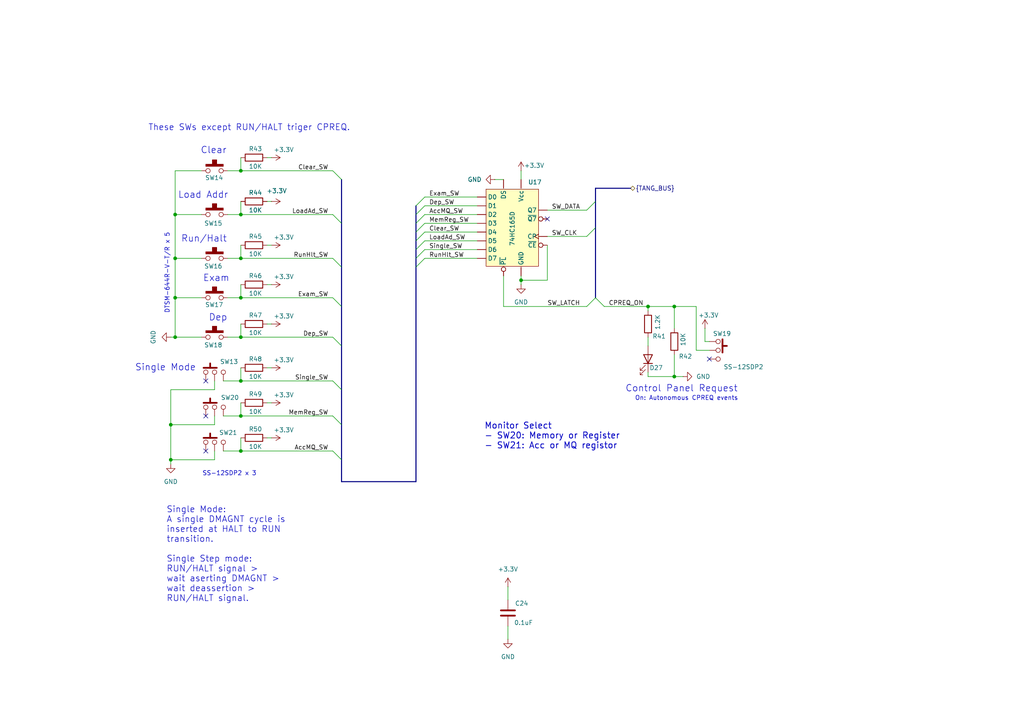
<source format=kicad_sch>
(kicad_sch (version 20250114) (generator "eeschema") (generator_version "9.0")
  (paper "A4")
  (title_block (title "PDP-8_IM6100") (date "2025-11-01") (rev "2.0") (company "@nosuz"))
  (lib_symbols
    (symbol "0my_project:74HC165D" (pin_numbers (hide yes))
      (property "Reference" "U" (at 5.588 12.446 0))
      (property "Value" "74HC165D" (at -0.254 0.254 90))
      (symbol "74HC165D_1_1"
        (rectangle (start -7.62 11.176) (end 7.62 -11.176) (fill (type background)))
        (pin input line (at -10.16 8.89 0) (length 2.54) (name "D0") (number "11"))
        (pin input line (at -10.16 6.35 0) (length 2.54) (name "D1") (number "12"))
        (pin input line (at -10.16 3.81 0) (length 2.54) (name "D2") (number "13"))
        (pin input line (at -10.16 1.27 0) (length 2.54) (name "D3") (number "14"))
        (pin input line (at -10.16 -1.27 0) (length 2.54) (name "D4") (number "3"))
        (pin input line (at -10.16 -3.81 0) (length 2.54) (name "D5") (number "4"))
        (pin input line (at -10.16 -6.35 0) (length 2.54) (name "D6") (number "5"))
        (pin input line (at -10.16 -8.89 0) (length 2.54) (name "D7") (number "6"))
        (pin input line (at -2.54 13.97 270) (length 2.54) (name "DS") (number "10"))
        (pin input inverted (at -2.54 -13.97 90) (length 2.54) (name "~{PL}") (number "1"))
        (pin power_in line (at 2.54 13.97 270) (length 2.54) (name "Vcc") (number "16"))
        (pin power_in line (at 2.54 -13.97 90) (length 2.54) (name "GND") (number "8"))
        (pin output line (at 10.16 5.08 180) (length 2.54) (name "Q7") (number "9"))
        (pin output inverted (at 10.16 2.54 180) (length 2.54) (name "~{Q7}") (number "7"))
        (pin input clock (at 10.16 -2.54 180) (length 2.54) (name "CP") (number "2"))
        (pin input inverted (at 10.16 -5.08 180) (length 2.54) (name "~{CE}") (number "15"))
      )
    )
    (symbol "0my_project:DTSM-63N-V-T/R" (pin_numbers (hide yes)) (pin_names (offset 0) (hide yes))
      (property "Reference" "SW" (at 3.175 3.81 0))
      (property "Value" "DTSM-63N-V-T/R" (at 0 -2.54 0))
      (symbol "DTSM-63N-V-T/R_0_1"
        (rectangle (start -2.54 1.27) (end 2.54 1.905) (fill (type outline)))
        (circle (center -1.905 0) (radius 0.635))
        (rectangle (start -0.635 1.905) (end 0.635 3.175) (fill (type outline)))
        (circle (center 1.905 0) (radius 0.635))
      )
      (symbol "DTSM-63N-V-T/R_1_1"
        (pin passive line (at -3.81 0 0) (length 1.27) (name "A") (number "1"))
        (pin passive line (at -3.81 0 0) (length 1.27) (hide yes) (name "B") (number "2"))
        (pin passive line (at 3.81 0 180) (length 1.27) (name "C") (number "3"))
        (pin passive line (at 3.81 0 180) (length 1.27) (hide yes) (name "D") (number "4"))
      )
    )
    (symbol "0my_project:SS-12SDP2" (pin_numbers (hide yes)) (pin_names (hide yes))
      (property "Reference" "SW" (at 0 4.826 0))
      (symbol "SS-12SDP2_0_1"
        (circle (center 0 2.54) (radius 0.635))
        (circle (center 0 0) (radius 0.635))
        (circle (center 0 -2.54) (radius 0.635))
      )
      (symbol "SS-12SDP2_1_1"
        (polyline (pts (xy 1.27 3.175) (xy 1.27 -0.635)) (stroke (width 0.508)))
        (polyline (pts (xy 1.27 1.27) (xy 2.54 1.27)) (stroke (width 0.508)))
        (pin passive line (at -2.54 2.54 0) (length 1.905) (name "") (number "3"))
        (pin passive line (at -2.54 0 0) (length 1.905) (name "") (number "2"))
        (pin passive line (at -2.54 -2.54 0) (length 1.905) (name "") (number "1"))
      )
    )
    (symbol "Device:C" (pin_numbers (hide yes)) (pin_names (offset 0.254))
      (property "Reference" "C" (at 0.635 2.54 0))
      (property "Value" "C" (at 0.635 -2.54 0))
      (symbol "C_0_1"
        (polyline (pts (xy -2.032 0.762) (xy 2.032 0.762)) (stroke (width 0.508)))
        (polyline (pts (xy -2.032 -0.762) (xy 2.032 -0.762)) (stroke (width 0.508)))
      )
      (symbol "C_1_1"
        (pin passive line (at 0 3.81 270) (length 2.794) (name "~") (number "1"))
        (pin passive line (at 0 -3.81 90) (length 2.794) (name "~") (number "2"))
      )
    )
    (symbol "Device:LED" (pin_numbers (hide yes)) (pin_names (offset 1.016) (hide yes))
      (property "Reference" "D" (at 0 2.54 0))
      (property "Value" "LED" (at 0 -2.54 0))
      (symbol "LED_0_1"
        (polyline (pts (xy -3.048 -0.762) (xy -4.572 -2.286) (xy -3.81 -2.286) (xy -4.572 -2.286) (xy -4.572 -1.524)))
        (polyline (pts (xy -1.778 -0.762) (xy -3.302 -2.286) (xy -2.54 -2.286) (xy -3.302 -2.286) (xy -3.302 -1.524)))
        (polyline (pts (xy -1.27 0) (xy 1.27 0)))
        (polyline (pts (xy -1.27 -1.27) (xy -1.27 1.27)) (stroke (width 0.254)))
        (polyline (pts (xy 1.27 -1.27) (xy 1.27 1.27) (xy -1.27 0) (xy 1.27 -1.27)) (stroke (width 0.254)))
      )
      (symbol "LED_1_1"
        (pin passive line (at -3.81 0 0) (length 2.54) (name "K") (number "1"))
        (pin passive line (at 3.81 0 180) (length 2.54) (name "A") (number "2"))
      )
    )
    (symbol "Device:R" (pin_numbers (hide yes)) (pin_names (offset 0))
      (property "Reference" "R" (at 2.032 0 90))
      (property "Value" "R" (at 0 0 90))
      (symbol "R_0_1"
        (rectangle (start -1.016 -2.54) (end 1.016 2.54) (stroke (width 0.254)))
      )
      (symbol "R_1_1"
        (pin passive line (at 0 3.81 270) (length 1.27) (name "~") (number "1"))
        (pin passive line (at 0 -3.81 90) (length 1.27) (name "~") (number "2"))
      )
    )
    (symbol "power:+3.3V" (power) (pin_numbers (hide yes)) (pin_names (offset 0) (hide yes))
      (property "Value" "+3.3V" (at 0 3.556 0))
      (symbol "+3.3V_0_1"
        (polyline (pts (xy -0.762 1.27) (xy 0 2.54)))
        (polyline (pts (xy 0 2.54) (xy 0.762 1.27)))
        (polyline (pts (xy 0 0) (xy 0 2.54)))
      )
      (symbol "+3.3V_1_1"
        (pin power_in line (at 0 0 90) (length 0) (name "~") (number "1"))
      )
    )
    (symbol "power:GND" (power) (pin_numbers (hide yes)) (pin_names (offset 0) (hide yes))
      (property "Value" "GND" (at 0 -3.81 0))
      (symbol "GND_0_1"
        (polyline (pts (xy 0 0) (xy 0 -1.27) (xy 1.27 -1.27) (xy 0 -2.54) (xy -1.27 -1.27) (xy 0 -1.27)))
      )
      (symbol "GND_1_1"
        (pin power_in line (at 0 0 270) (length 0) (name "~") (number "1"))
      )
    )
  )
  (text "Load Addr" (at 58.928 56.642 0) (effects (font (size 1.905 1.905))))
  (text "Single Mode" (at 48.006 106.68 0) (effects (font (size 1.905 1.905))))
  (text "Run/Halt" (at 59.182 69.342 0) (effects (font (size 1.905 1.905))))
  (text "Dep" (at 63.246 92.202 0) (effects (font (size 1.905 1.905))))
  (text "Single Mode:\nA single DMAGNT cycle is\ninserted at HALT to RUN\ntransition.\n\nSingle Step mode:\nRUN/HALT signal >\nwait aserting DMAGNT > \nwait deassertion >\nRUN/HALT signal." (at 48.26 160.782 0) (effects (font (size 1.778 1.778)) (justify left)))
  (text "Clear" (at 61.976 43.688 0) (effects (font (size 1.905 1.905))))
  (text "Control Panel Request" (at 181.356 112.776 0) (effects (font (size 1.905 1.905)) (justify left)))
  (text "Monitor Select\n- SW20: Memory or Register\n- SW21: Acc or MQ registor" (at 140.462 126.492 0) (effects (font (size 1.778 1.778) (thickness 0.2223)) (justify left)))
  (text "These SWs except RUN/HALT triger CPREQ." (at 101.6 37.084 0) (effects (font (size 1.778 1.778)) (justify right)))
  (text "SS-12SDP2 x 3" (at 66.548 137.414 0) (effects (font (size 1.27 1.27))))
  (text "DTSM-644R-V-T/R x 5" (at 48.514 79.248 90) (effects (font (size 1.27 1.27))))
  (text "On: Autonomous CPREQ events" (at 184.15 115.57 0) (effects (font (size 1.27 1.27)) (justify left)))
  (text "Exam" (at 62.738 80.772 0) (effects (font (size 1.905 1.905))))
  (junction (at 69.85 49.53))
  (junction (at 69.85 120.65))
  (junction (at 151.13 81.28))
  (junction (at 50.8 74.93))
  (junction (at 50.8 86.36))
  (junction (at 50.8 97.79))
  (junction (at 49.53 133.35))
  (junction (at 69.85 110.49))
  (junction (at 69.85 97.79))
  (junction (at 69.85 86.36))
  (junction (at 49.53 123.19))
  (junction (at 69.85 130.81))
  (junction (at 50.8 62.23))
  (junction (at 195.58 109.22))
  (junction (at 69.85 74.93))
  (junction (at 69.85 62.23))
  (junction (at 187.96 88.9))
  (junction (at 195.58 88.9))
  (no_connect (at 59.69 130.81))
  (no_connect (at 59.69 120.65))
  (no_connect (at 158.75 63.5))
  (no_connect (at 59.69 110.49))
  (no_connect (at 205.74 104.14))
  (bus_entry (at 170.18 68.58) (size 2.54 -2.54))
  (bus_entry (at 170.18 88.9) (size 2.54 -2.54))
  (bus_entry (at 170.18 60.96) (size 2.54 -2.54))
  (bus_entry (at 123.19 74.93) (size -2.54 2.54))
  (bus_entry (at 96.52 86.36) (size 2.54 2.54))
  (bus_entry (at 96.52 120.65) (size 2.54 2.54))
  (bus_entry (at 123.1969 57.15) (size -2.54 2.54))
  (bus_entry (at 172.72 86.36) (size 2.54 2.54))
  (bus_entry (at 96.52 74.93) (size 2.54 2.54))
  (bus_entry (at 123.19 67.31) (size -2.54 2.54))
  (bus_entry (at 96.52 130.81) (size 2.54 2.54))
  (bus_entry (at 96.52 110.49) (size 2.54 2.54))
  (bus_entry (at 123.1969 69.85) (size -2.54 2.54))
  (bus_entry (at 96.52 49.53) (size 2.54 2.54))
  (bus_entry (at 123.19 72.39) (size -2.54 2.54))
  (bus_entry (at 123.19 59.69) (size -2.54 2.54))
  (bus_entry (at 123.19 62.23) (size -2.54 2.54))
  (bus_entry (at 96.52 97.79) (size 2.54 2.54))
  (bus_entry (at 96.52 62.23) (size 2.54 2.54))
  (bus_entry (at 123.19 64.77) (size -2.54 2.54))
  (wire (pts (xy 69.85 58.42) (xy 69.85 62.23)))
  (wire (pts (xy 69.85 106.68) (xy 69.85 110.49)))
  (wire (pts (xy 204.47 95.25) (xy 204.47 99.06)))
  (wire (pts (xy 64.77 110.49) (xy 69.85 110.49)))
  (bus (pts (xy 172.72 58.42) (xy 172.72 54.61)))
  (wire (pts (xy 69.85 71.12) (xy 69.85 74.93)))
  (wire (pts (xy 158.75 71.12) (xy 158.75 81.28)))
  (wire (pts (xy 64.77 120.65) (xy 69.85 120.65)))
  (wire (pts (xy 195.58 88.9) (xy 201.93 88.9)))
  (wire (pts (xy 69.85 120.65) (xy 96.52 120.65)))
  (wire (pts (xy 69.85 127) (xy 69.85 130.81)))
  (wire (pts (xy 62.23 113.03) (xy 49.53 113.03)))
  (wire (pts (xy 195.58 109.22) (xy 195.58 102.87)))
  (wire (pts (xy 69.85 86.36) (xy 66.04 86.36)))
  (bus (pts (xy 99.06 113.03) (xy 99.06 123.19)))
  (bus (pts (xy 99.06 64.77) (xy 99.06 77.47)))
  (wire (pts (xy 69.85 97.79) (xy 96.52 97.79)))
  (wire (pts (xy 187.96 88.9) (xy 195.58 88.9)))
  (wire (pts (xy 123.19 62.23) (xy 138.43 62.23)))
  (wire (pts (xy 69.85 49.53) (xy 96.52 49.53)))
  (wire (pts (xy 77.47 93.98) (xy 78.74 93.98)))
  (wire (pts (xy 69.85 62.23) (xy 66.04 62.23)))
  (bus (pts (xy 120.65 59.69) (xy 120.65 62.23)))
  (wire (pts (xy 69.85 110.49) (xy 96.52 110.49)))
  (wire (pts (xy 151.13 81.28) (xy 151.13 82.55)))
  (wire (pts (xy 77.47 45.72) (xy 78.74 45.72)))
  (wire (pts (xy 50.8 97.79) (xy 58.42 97.79)))
  (wire (pts (xy 69.85 93.98) (xy 69.85 97.79)))
  (wire (pts (xy 69.85 62.23) (xy 96.52 62.23)))
  (wire (pts (xy 69.85 74.93) (xy 66.04 74.93)))
  (wire (pts (xy 58.42 86.36) (xy 50.8 86.36)))
  (bus (pts (xy 99.06 139.7) (xy 120.65 139.7)))
  (bus (pts (xy 172.72 86.36) (xy 172.72 66.04)))
  (wire (pts (xy 187.96 100.33) (xy 187.96 97.79)))
  (wire (pts (xy 77.47 127) (xy 78.74 127)))
  (wire (pts (xy 62.23 133.35) (xy 49.53 133.35)))
  (wire (pts (xy 50.8 97.79) (xy 49.53 97.79)))
  (wire (pts (xy 50.8 74.93) (xy 50.8 86.36)))
  (wire (pts (xy 64.77 130.81) (xy 69.85 130.81)))
  (wire (pts (xy 49.53 123.19) (xy 62.23 123.19)))
  (wire (pts (xy 77.47 116.84) (xy 78.74 116.84)))
  (bus (pts (xy 172.72 54.61) (xy 182.88 54.61)))
  (bus (pts (xy 172.72 66.04) (xy 172.72 58.42)))
  (wire (pts (xy 77.47 106.68) (xy 78.74 106.68)))
  (bus (pts (xy 120.65 77.47) (xy 120.65 139.7)))
  (bus (pts (xy 120.65 69.85) (xy 120.65 74.93)))
  (wire (pts (xy 62.23 110.49) (xy 62.23 113.03)))
  (wire (pts (xy 49.53 133.35) (xy 49.53 134.62)))
  (wire (pts (xy 69.85 97.79) (xy 66.04 97.79)))
  (wire (pts (xy 158.75 81.28) (xy 151.13 81.28)))
  (wire (pts (xy 123.1969 69.85) (xy 138.43 69.85)))
  (wire (pts (xy 143.51 52.07) (xy 146.05 52.07)))
  (bus (pts (xy 120.65 62.23) (xy 120.65 64.77)))
  (wire (pts (xy 123.19 72.39) (xy 138.43 72.39)))
  (wire (pts (xy 158.75 68.58) (xy 170.18 68.58)))
  (wire (pts (xy 187.96 107.95) (xy 187.96 109.22)))
  (wire (pts (xy 123.19 64.77) (xy 138.43 64.77)))
  (wire (pts (xy 205.74 99.06) (xy 204.47 99.06)))
  (bus (pts (xy 120.65 67.31) (xy 120.65 69.85)))
  (wire (pts (xy 49.53 113.03) (xy 49.53 123.19)))
  (wire (pts (xy 146.05 80.01) (xy 146.05 88.9)))
  (wire (pts (xy 187.96 90.17) (xy 187.96 88.9)))
  (wire (pts (xy 195.58 109.22) (xy 198.12 109.22)))
  (bus (pts (xy 99.06 77.47) (xy 99.06 88.9)))
  (wire (pts (xy 147.32 181.61) (xy 147.32 185.42)))
  (wire (pts (xy 146.05 88.9) (xy 170.18 88.9)))
  (wire (pts (xy 49.53 123.19) (xy 49.53 133.35)))
  (bus (pts (xy 99.06 100.33) (xy 99.06 113.03)))
  (wire (pts (xy 69.85 45.72) (xy 69.85 49.53)))
  (wire (pts (xy 123.19 74.93) (xy 138.43 74.93)))
  (wire (pts (xy 69.85 82.55) (xy 69.85 86.36)))
  (wire (pts (xy 123.19 59.69) (xy 138.43 59.69)))
  (wire (pts (xy 58.42 74.93) (xy 50.8 74.93)))
  (wire (pts (xy 50.8 62.23) (xy 50.8 74.93)))
  (bus (pts (xy 99.06 88.9) (xy 99.06 100.33)))
  (wire (pts (xy 50.8 49.53) (xy 50.8 62.23)))
  (wire (pts (xy 123.1969 57.15) (xy 138.43 57.15)))
  (wire (pts (xy 195.58 95.25) (xy 195.58 88.9)))
  (wire (pts (xy 151.13 80.01) (xy 151.13 81.28)))
  (wire (pts (xy 123.19 67.31) (xy 138.43 67.31)))
  (wire (pts (xy 62.23 130.81) (xy 62.23 133.35)))
  (wire (pts (xy 147.32 170.18) (xy 147.32 173.99)))
  (bus (pts (xy 99.06 52.07) (xy 99.06 64.77)))
  (wire (pts (xy 201.93 101.6) (xy 201.93 88.9)))
  (wire (pts (xy 77.47 82.55) (xy 78.74 82.55)))
  (bus (pts (xy 99.06 123.19) (xy 99.06 133.35)))
  (wire (pts (xy 50.8 86.36) (xy 50.8 97.79)))
  (wire (pts (xy 58.42 62.23) (xy 50.8 62.23)))
  (wire (pts (xy 69.85 130.81) (xy 96.52 130.81)))
  (wire (pts (xy 205.74 101.6) (xy 201.93 101.6)))
  (bus (pts (xy 120.65 64.77) (xy 120.65 67.31)))
  (wire (pts (xy 158.75 60.96) (xy 170.18 60.96)))
  (wire (pts (xy 69.85 116.84) (xy 69.85 120.65)))
  (wire (pts (xy 69.85 86.36) (xy 96.52 86.36)))
  (wire (pts (xy 62.23 120.65) (xy 62.23 123.19)))
  (wire (pts (xy 187.96 109.22) (xy 195.58 109.22)))
  (wire (pts (xy 69.85 49.53) (xy 66.04 49.53)))
  (wire (pts (xy 77.47 58.42) (xy 78.74 58.42)))
  (wire (pts (xy 69.85 74.93) (xy 96.52 74.93)))
  (wire (pts (xy 151.13 49.53) (xy 151.13 52.07)))
  (wire (pts (xy 77.47 71.12) (xy 78.74 71.12)))
  (wire (pts (xy 175.26 88.9) (xy 187.96 88.9)))
  (bus (pts (xy 120.65 74.93) (xy 120.65 77.47)))
  (wire (pts (xy 58.42 49.53) (xy 50.8 49.53)))
  (bus (pts (xy 99.06 133.35) (xy 99.06 139.7)))
  (label "Dep_SW" (at 95.25 97.79 180))
  (label "SW_LATCH" (at 158.75 88.9 0))
  (label "Clear_SW" (at 124.46 67.31 0))
  (label "Exam_SW" (at 124.46 57.15 0))
  (label "RunHlt_SW" (at 124.46 74.93 0))
  (label "LoadAd_SW" (at 124.46 69.85 0))
  (label "Single_SW" (at 95.25 110.49 180))
  (label "SW_DATA" (at 160.02 60.96 0))
  (label "MemReg_SW" (at 95.25 120.65 180))
  (label "MemReg_SW" (at 124.46 64.77 0))
  (label "SW_CLK" (at 160.02 68.58 0))
  (label "Clear_SW" (at 95.25 49.53 180))
  (label "RunHlt_SW" (at 95.25 74.93 180))
  (label "AccMQ_SW" (at 124.46 62.23 0))
  (label "Exam_SW" (at 95.25 86.36 180))
  (label "LoadAd_SW" (at 95.25 62.23 180))
  (label "Single_SW" (at 124.46 72.39 0))
  (label "CPREQ_ON" (at 176.53 88.9 0))
  (label "AccMQ_SW" (at 95.25 130.81 180))
  (label "Dep_SW" (at 124.46 59.69 0))
  (hierarchical_label "{TANG_BUS}" (shape bidirectional) (at 182.88 54.61 0))
  (symbol (lib_id "Device:C") (at 147.32 177.8 0) (unit 1)
    (property "Reference" "C24" (at 149.352 175.006 0) (effects (justify left)))
    (property "Value" "0.1uF" (at 149.098 180.594 0) (effects (justify left)))
    (property "Footprint" "0my_project:C_1608_0603" (effects (hide yes)))
    (property "Description" "Unpolarized capacitor" (effects (hide yes)))
    (property "LCSC" "C14663" (effects (hide yes)))
  )
  (symbol (lib_id "Device:R") (at 73.66 45.72 270) (mirror x) (unit 1)
    (property "Reference" "R43" (at 72.136 43.18 90) (effects (justify left)))
    (property "Value" "10K" (at 72.136 48.26 90) (effects (justify left)))
    (property "Footprint" "0my_project:R_1608_0603" (effects (hide yes)))
    (property "Description" "Resistor" (effects (hide yes)))
    (property "LCSC" "C25804" (effects (hide yes)))
  )
  (symbol (lib_id "power:+3.3V") (at 78.74 45.72 270) (unit 1)
    (property "Reference" "#PWR080" (effects (hide yes)))
    (property "Value" "+3.3V" (at 82.296 43.434 90))
    (property "Description" "Power symbol creates a global label with name \"+3.3V\"" (effects (hide yes)))
  )
  (symbol (lib_id "power:+3.3V") (at 78.74 106.68 270) (unit 1)
    (property "Reference" "#PWR085" (effects (hide yes)))
    (property "Value" "+3.3V" (at 82.296 104.394 90))
    (property "Description" "Power symbol creates a global label with name \"+3.3V\"" (effects (hide yes)))
  )
  (symbol (lib_id "Device:R") (at 73.66 93.98 270) (mirror x) (unit 1)
    (property "Reference" "R47" (at 72.136 91.44 90) (effects (justify left)))
    (property "Value" "10K" (at 72.136 96.52 90) (effects (justify left)))
    (property "Footprint" "0my_project:R_1608_0603" (effects (hide yes)))
    (property "Description" "Resistor" (effects (hide yes)))
    (property "LCSC" "C25804" (effects (hide yes)))
  )
  (symbol (lib_id "Device:R") (at 73.66 58.42 270) (mirror x) (unit 1)
    (property "Reference" "R44" (at 72.136 55.88 90) (effects (justify left)))
    (property "Value" "10K" (at 72.136 60.96 90) (effects (justify left)))
    (property "Footprint" "0my_project:R_1608_0603" (effects (hide yes)))
    (property "Description" "Resistor" (effects (hide yes)))
    (property "LCSC" "C25804" (effects (hide yes)))
  )
  (symbol (lib_id "0my_project:SS-12SDP2") (at 62.23 107.95 90) (unit 1)
    (property "Reference" "SW13" (at 69.088 104.902 90) (effects (justify left)))
    (property "Value" "SS-12SDP2" (effects (hide yes)))
    (property "Footprint" "0my_project:SS-12SDP2" (effects (hide yes)))
    (property "Datasheet" "https://akizukidenshi.com/goodsaffix/ss.pdf" (effects (hide yes)))
    (property "Description" "slide switch 1 circuit 3P" (effects (hide yes)))
    (property "Akizuki" "115643" (effects (hide yes)))
  )
  (symbol (lib_id "Device:R") (at 187.96 93.98 0) (mirror x) (unit 1)
    (property "Reference" "R41" (at 189.23 97.536 0) (effects (justify left)))
    (property "Value" "1.2K" (at 190.754 91.186 90) (effects (justify left)))
    (property "Footprint" "0my_project:R_1608_0603" (effects (hide yes)))
    (property "Description" "Resistor" (effects (hide yes)))
    (property "LCSC" "C22765" (effects (hide yes)))
  )
  (symbol (lib_id "Device:R") (at 73.66 106.68 270) (mirror x) (unit 1)
    (property "Reference" "R48" (at 72.136 104.14 90) (effects (justify left)))
    (property "Value" "10K" (at 72.136 109.22 90) (effects (justify left)))
    (property "Footprint" "0my_project:R_1608_0603" (effects (hide yes)))
    (property "Description" "Resistor" (effects (hide yes)))
    (property "LCSC" "C25804" (effects (hide yes)))
  )
  (symbol (lib_id "0my_project:DTSM-63N-V-T/R") (at 62.23 49.53 0) (unit 1)
    (property "Reference" "SW14" (at 64.77 51.562 0) (effects (justify right)))
    (property "Value" "DTSM-63N-V-T/R" (effects (hide yes)))
    (property "Footprint" "0my_project:DTSM-6x" (effects (hide yes)))
    (property "Datasheet" "https://jlcpcb.com/api/file/downloadByFileSystemAccessId/8588899446814363648" (effects (hide yes)))
    (property "Description" "Tactile switch, 6.2mm x 6.2mm" (effects (hide yes)))
    (property "LCSC" "C133973" (effects (hide yes)))
  )
  (symbol (lib_id "power:+3.3V") (at 78.74 58.42 270) (unit 1)
    (property "Reference" "#PWR081" (effects (hide yes)))
    (property "Value" "+3.3V" (at 80.264 55.372 90))
    (property "Description" "Power symbol creates a global label with name \"+3.3V\"" (effects (hide yes)))
  )
  (symbol (lib_id "power:GND") (at 151.13 82.55 0) (unit 1)
    (property "Reference" "#PWR069" (effects (hide yes)))
    (property "Value" "GND" (at 151.13 87.63 0))
    (property "Description" "Power symbol creates a global label with name \"GND\" , ground" (effects (hide yes)))
  )
  (symbol (lib_id "power:+3.3V") (at 78.74 71.12 270) (unit 1)
    (property "Reference" "#PWR082" (effects (hide yes)))
    (property "Value" "+3.3V" (at 82.296 68.834 90))
    (property "Description" "Power symbol creates a global label with name \"+3.3V\"" (effects (hide yes)))
  )
  (symbol (lib_id "0my_project:DTSM-63N-V-T/R") (at 62.23 62.23 0) (unit 1)
    (property "Reference" "SW15" (at 64.516 64.77 0) (effects (justify right)))
    (property "Value" "DTSM-63N-V-T/R" (effects (hide yes)))
    (property "Footprint" "0my_project:DTSM-6x" (effects (hide yes)))
    (property "Datasheet" "https://jlcpcb.com/api/file/downloadByFileSystemAccessId/8588899446814363648" (effects (hide yes)))
    (property "Description" "Tactile switch, 6.2mm x 6.2mm" (effects (hide yes)))
    (property "LCSC" "C133973" (effects (hide yes)))
  )
  (symbol (lib_id "power:+3.3V") (at 147.32 170.18 0) (unit 1)
    (property "Reference" "#PWR078" (effects (hide yes)))
    (property "Value" "+3.3V" (at 147.32 165.1 0))
    (property "Description" "Power symbol creates a global label with name \"+3.3V\"" (effects (hide yes)))
  )
  (symbol (lib_id "Device:R") (at 73.66 71.12 270) (mirror x) (unit 1)
    (property "Reference" "R45" (at 72.136 68.58 90) (effects (justify left)))
    (property "Value" "10K" (at 72.136 73.66 90) (effects (justify left)))
    (property "Footprint" "0my_project:R_1608_0603" (effects (hide yes)))
    (property "Description" "Resistor" (effects (hide yes)))
    (property "LCSC" "C25804" (effects (hide yes)))
  )
  (symbol (lib_id "0my_project:DTSM-63N-V-T/R") (at 62.23 86.36 0) (unit 1)
    (property "Reference" "SW17" (at 64.77 88.392 0) (effects (justify right)))
    (property "Value" "DTSM-63N-V-T/R" (effects (hide yes)))
    (property "Footprint" "0my_project:DTSM-6x" (effects (hide yes)))
    (property "Datasheet" "https://jlcpcb.com/api/file/downloadByFileSystemAccessId/8588899446814363648" (effects (hide yes)))
    (property "Description" "Tactile switch, 6.2mm x 6.2mm" (effects (hide yes)))
    (property "LCSC" "C133973" (effects (hide yes)))
  )
  (symbol (lib_id "power:+3.3V") (at 151.13 49.53 0) (unit 1)
    (property "Reference" "#PWR068" (effects (hide yes)))
    (property "Value" "+3.3V" (at 154.94 48.006 0))
    (property "Description" "Power symbol creates a global label with name \"+3.3V\"" (effects (hide yes)))
  )
  (symbol (lib_id "power:GND") (at 49.53 134.62 0) (unit 1)
    (property "Reference" "#PWR070" (effects (hide yes)))
    (property "Value" "GND" (at 49.53 139.7 0))
    (property "Description" "Power symbol creates a global label with name \"GND\" , ground" (effects (hide yes)))
  )
  (symbol (lib_id "power:GND") (at 147.32 185.42 0) (unit 1)
    (property "Reference" "#PWR079" (effects (hide yes)))
    (property "Value" "GND" (at 147.32 190.5 0))
    (property "Description" "Power symbol creates a global label with name \"GND\" , ground" (effects (hide yes)))
  )
  (symbol (lib_id "power:GND") (at 198.12 109.22 90) (mirror x) (unit 1)
    (property "Reference" "#PWR072" (effects (hide yes)))
    (property "Value" "GND" (at 201.93 109.2201 90) (effects (justify right)))
    (property "Description" "Power symbol creates a global label with name \"GND\" , ground" (effects (hide yes)))
  )
  (symbol (lib_id "power:+3.3V") (at 78.74 116.84 270) (unit 1)
    (property "Reference" "#PWR086" (effects (hide yes)))
    (property "Value" "+3.3V" (at 82.296 114.554 90))
    (property "Description" "Power symbol creates a global label with name \"+3.3V\"" (effects (hide yes)))
  )
  (symbol (lib_id "power:+3.3V") (at 204.47 95.25 0) (unit 1)
    (property "Reference" "#PWR073" (effects (hide yes)))
    (property "Value" "+3.3V" (at 205.486 91.44 0))
    (property "Description" "Power symbol creates a global label with name \"+3.3V\"" (effects (hide yes)))
  )
  (symbol (lib_id "Device:R") (at 195.58 99.06 0) (mirror x) (unit 1)
    (property "Reference" "R42" (at 196.85 103.378 0) (effects (justify left)))
    (property "Value" "10K" (at 198.12 96.52 90) (effects (justify left)))
    (property "Footprint" "0my_project:R_1608_0603" (effects (hide yes)))
    (property "Description" "Resistor" (effects (hide yes)))
    (property "LCSC" "C25804" (effects (hide yes)))
  )
  (symbol (lib_id "Device:R") (at 73.66 127 270) (mirror x) (unit 1)
    (property "Reference" "R50" (at 72.136 124.46 90) (effects (justify left)))
    (property "Value" "10K" (at 72.136 129.54 90) (effects (justify left)))
    (property "Footprint" "0my_project:R_1608_0603" (effects (hide yes)))
    (property "Description" "Resistor" (effects (hide yes)))
    (property "LCSC" "C25804" (effects (hide yes)))
  )
  (symbol (lib_id "Device:R") (at 73.66 116.84 270) (mirror x) (unit 1)
    (property "Reference" "R49" (at 72.136 114.3 90) (effects (justify left)))
    (property "Value" "10K" (at 72.136 119.38 90) (effects (justify left)))
    (property "Footprint" "0my_project:R_1608_0603" (effects (hide yes)))
    (property "Description" "Resistor" (effects (hide yes)))
    (property "LCSC" "C25804" (effects (hide yes)))
  )
  (symbol (lib_id "power:GND") (at 49.53 97.79 270) (unit 1)
    (property "Reference" "#PWR071" (effects (hide yes)))
    (property "Value" "GND" (at 44.45 97.79 0))
    (property "Description" "Power symbol creates a global label with name \"GND\" , ground" (effects (hide yes)))
  )
  (symbol (lib_id "0my_project:DTSM-63N-V-T/R") (at 62.23 74.93 0) (unit 1)
    (property "Reference" "SW16" (at 64.516 77.216 0) (effects (justify right)))
    (property "Value" "DTSM-63N-V-T/R" (effects (hide yes)))
    (property "Footprint" "0my_project:DTSM-6x" (effects (hide yes)))
    (property "Datasheet" "https://jlcpcb.com/api/file/downloadByFileSystemAccessId/8588899446814363648" (effects (hide yes)))
    (property "Description" "Tactile switch, 6.2mm x 6.2mm" (effects (hide yes)))
    (property "LCSC" "C133973" (effects (hide yes)))
  )
  (symbol (lib_id "power:+3.3V") (at 78.74 93.98 270) (unit 1)
    (property "Reference" "#PWR084" (effects (hide yes)))
    (property "Value" "+3.3V" (at 82.296 91.694 90))
    (property "Description" "Power symbol creates a global label with name \"+3.3V\"" (effects (hide yes)))
  )
  (symbol (lib_id "power:+3.3V") (at 78.74 82.55 270) (unit 1)
    (property "Reference" "#PWR083" (effects (hide yes)))
    (property "Value" "+3.3V" (at 82.296 80.264 90))
    (property "Description" "Power symbol creates a global label with name \"+3.3V\"" (effects (hide yes)))
  )
  (symbol (lib_id "Device:R") (at 73.66 82.55 270) (mirror x) (unit 1)
    (property "Reference" "R46" (at 72.136 80.01 90) (effects (justify left)))
    (property "Value" "10K" (at 72.136 85.09 90) (effects (justify left)))
    (property "Footprint" "0my_project:R_1608_0603" (effects (hide yes)))
    (property "Description" "Resistor" (effects (hide yes)))
    (property "LCSC" "C25804" (effects (hide yes)))
  )
  (symbol (lib_id "power:+3.3V") (at 78.74 127 270) (unit 1)
    (property "Reference" "#PWR087" (effects (hide yes)))
    (property "Value" "+3.3V" (at 82.296 124.714 90))
    (property "Description" "Power symbol creates a global label with name \"+3.3V\"" (effects (hide yes)))
  )
  (symbol (lib_id "0my_project:SS-12SDP2") (at 208.28 101.6 0) (unit 1)
    (property "Reference" "SW19" (at 206.756 96.774 0) (effects (justify left)))
    (property "Value" "SS-12SDP2" (at 215.646 106.426 0))
    (property "Footprint" "0my_project:SS-12SDP2" (effects (hide yes)))
    (property "Datasheet" "https://akizukidenshi.com/goodsaffix/ss.pdf" (effects (hide yes)))
    (property "Description" "slide switch 1 circuit 3P" (effects (hide yes)))
    (property "Akizuki" "115643" (effects (hide yes)))
  )
  (symbol (lib_id "power:GND") (at 143.51 52.07 270) (unit 1)
    (property "Reference" "#PWR088" (effects (hide yes)))
    (property "Value" "GND" (at 139.7 52.0699 90) (effects (justify right)))
    (property "Description" "Power symbol creates a global label with name \"GND\" , ground" (effects (hide yes)))
  )
  (symbol (lib_id "0my_project:DTSM-63N-V-T/R") (at 62.23 97.79 0) (unit 1)
    (property "Reference" "SW18" (at 64.516 100.076 0) (effects (justify right)))
    (property "Value" "DTSM-63N-V-T/R" (effects (hide yes)))
    (property "Footprint" "0my_project:DTSM-6x" (effects (hide yes)))
    (property "Datasheet" "https://jlcpcb.com/api/file/downloadByFileSystemAccessId/8588899446814363648" (effects (hide yes)))
    (property "Description" "Tactile switch, 6.2mm x 6.2mm" (effects (hide yes)))
    (property "LCSC" "C133973" (effects (hide yes)))
  )
  (symbol (lib_id "0my_project:SS-12SDP2") (at 62.23 118.11 90) (unit 1)
    (property "Reference" "SW20" (at 69.342 115.316 90) (effects (justify left)))
    (property "Value" "SS-12SDP2" (effects (hide yes)))
    (property "Footprint" "0my_project:SS-12SDP2" (effects (hide yes)))
    (property "Datasheet" "https://akizukidenshi.com/goodsaffix/ss.pdf" (effects (hide yes)))
    (property "Description" "slide switch 1 circuit 3P" (effects (hide yes)))
    (property "Akizuki" "115643" (effects (hide yes)))
  )
  (symbol (lib_id "Device:LED") (at 187.96 104.14 270) (mirror x) (unit 1)
    (property "Reference" "D27" (at 192.278 106.68 90) (effects (justify right)))
    (property "Value" "OSR5JA5E34B" (effects (hide yes)))
    (property "Footprint" "0my_project:LED_5mm" (effects (hide yes)))
    (property "Description" "Light emitting diode" (effects (hide yes)))
    (property "Sim.Pins" "1=K 2=A" (effects (hide yes)))
    (property "Akizuki" "112605" (effects (hide yes)))
  )
  (symbol (lib_id "0my_project:74HC165D") (at 148.59 66.04 0) (unit 1)
    (property "Reference" "U17" (at 153.162 52.832 0) (effects (justify left)))
    (property "Value" "74HC165D" (at 148.59 71.374 90) (effects (justify left)))
    (property "Footprint" "Package_SO:SOIC-16_3.9x9.9mm_P1.27mm" (effects (hide yes)))
    (property "Datasheet" "https://assets.nexperia.com/documents/data-sheet/74HC_HCT165.pdf" (effects (hide yes)))
    (property "Description" "8 Parallel to Serial Shift Register" (effects (hide yes)))
    (property "LCSC" "C5613" (effects (hide yes)))
  )
  (symbol (lib_id "0my_project:SS-12SDP2") (at 62.23 128.27 90) (unit 1)
    (property "Reference" "SW21" (at 68.834 125.476 90) (effects (justify left)))
    (property "Value" "SS-12SDP2" (effects (hide yes)))
    (property "Footprint" "0my_project:SS-12SDP2" (effects (hide yes)))
    (property "Datasheet" "https://akizukidenshi.com/goodsaffix/ss.pdf" (effects (hide yes)))
    (property "Description" "slide switch 1 circuit 3P" (effects (hide yes)))
    (property "Akizuki" "115643" (effects (hide yes)))
  )
)
</source>
